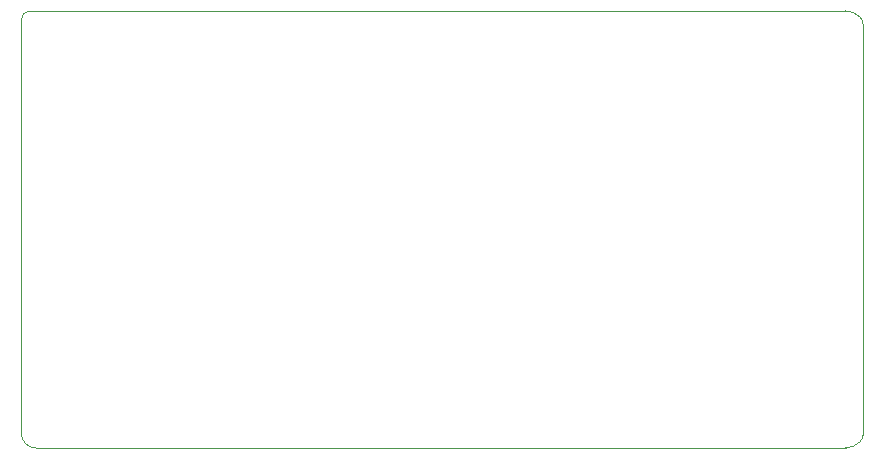
<source format=gbr>
%TF.GenerationSoftware,Altium Limited,Altium Designer,25.4.2 (15)*%
G04 Layer_Color=0*
%FSLAX45Y45*%
%MOMM*%
%TF.SameCoordinates,9A986A7D-484F-4AC0-AE4B-942BB78B8B2C*%
%TF.FilePolarity,Positive*%
%TF.FileFunction,Profile,NP*%
%TF.Part,Single*%
G01*
G75*
%TA.AperFunction,Profile*%
%ADD88C,0.02540*%
D88*
X6700000Y5500000D02*
Y9000000D01*
D02*
G02*
X6775000Y9075000I75000J0D01*
G01*
X13679289D01*
D02*
G02*
X13800000Y9025000I0J-170710D01*
G01*
D02*
G02*
X13825000Y8964645I-60355J-60355D01*
G01*
Y5485355D01*
D02*
G02*
X13800000Y5425000I-85355J0D01*
G01*
D02*
G02*
X13679289Y5375000I-120711J120711D01*
G01*
X6825000D01*
D02*
G02*
X6700000Y5500000I0J125000D01*
G01*
%TF.MD5,9667bce6ac934110ed0c8cf730243fc9*%
M02*

</source>
